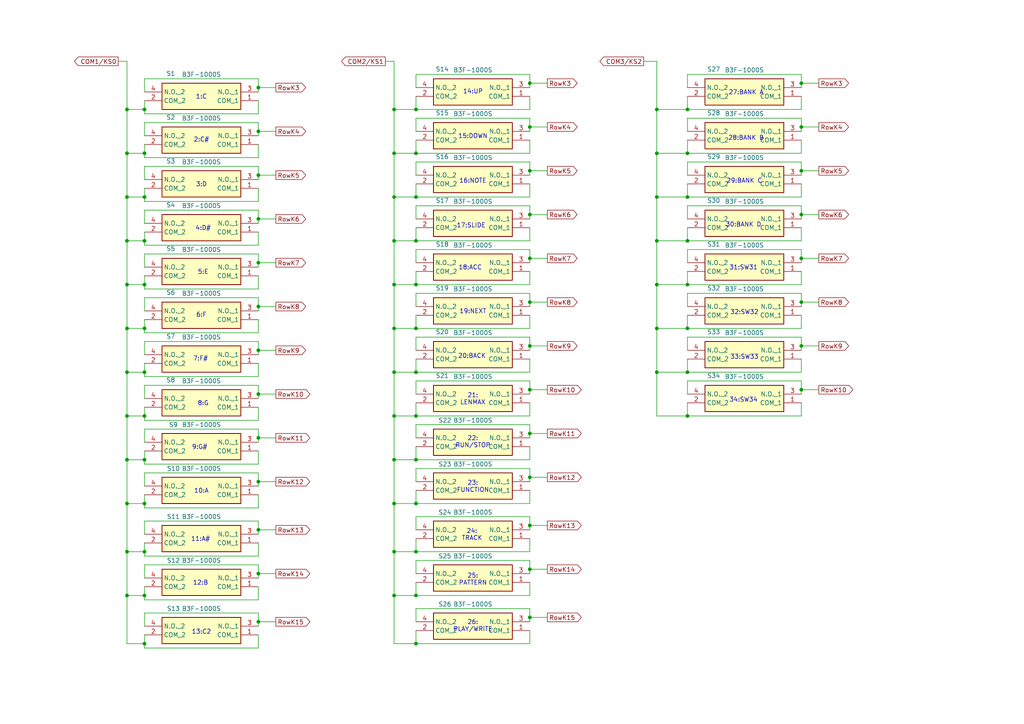
<source format=kicad_sch>
(kicad_sch (version 20231120) (generator "eeschema") (generator_version "8.0")
  (paper "A4")
  (junction (at 199.39 95.25))
  (junction (at 114.3 82.55))
  (junction (at 153.67 74.93))
  (junction (at 36.83 31.75))
  (junction (at 190.5 107.95))
  (junction (at 114.3 120.65))
  (junction (at 41.91 133.35))
  (junction (at 199.39 107.95))
  (junction (at 41.91 107.95))
  (junction (at 153.67 138.43))
  (junction (at 153.67 87.63))
  (junction (at 153.67 165.1))
  (junction (at 190.5 82.55))
  (junction (at 41.91 160.02))
  (junction (at 41.91 57.15))
  (junction (at 36.83 172.72))
  (junction (at 190.5 44.45))
  (junction (at 36.83 120.65))
  (junction (at 153.67 152.4))
  (junction (at 41.91 120.65))
  (junction (at 120.65 44.45))
  (junction (at 74.93 101.6))
  (junction (at 114.3 172.72))
  (junction (at 36.83 95.25))
  (junction (at 114.3 57.15))
  (junction (at 41.91 82.55))
  (junction (at 36.83 160.02))
  (junction (at 41.91 146.05))
  (junction (at 74.93 153.67))
  (junction (at 120.65 95.25))
  (junction (at 36.83 133.35))
  (junction (at 114.3 107.95))
  (junction (at 153.67 49.53))
  (junction (at 41.91 172.72))
  (junction (at 120.65 57.15))
  (junction (at 114.3 133.35))
  (junction (at 232.41 49.53))
  (junction (at 36.83 57.15))
  (junction (at 153.67 113.03))
  (junction (at 232.41 87.63))
  (junction (at 74.93 38.1))
  (junction (at 41.91 69.85))
  (junction (at 114.3 160.02))
  (junction (at 153.67 179.07))
  (junction (at 120.65 146.05))
  (junction (at 74.93 63.5))
  (junction (at 41.91 44.45))
  (junction (at 74.93 76.2))
  (junction (at 41.91 186.69))
  (junction (at 120.65 186.69))
  (junction (at 74.93 139.7))
  (junction (at 36.83 107.95))
  (junction (at 114.3 95.25))
  (junction (at 120.65 120.65))
  (junction (at 120.65 160.02))
  (junction (at 153.67 125.73))
  (junction (at 74.93 114.3))
  (junction (at 36.83 82.55))
  (junction (at 153.67 62.23))
  (junction (at 114.3 44.45))
  (junction (at 74.93 50.8))
  (junction (at 199.39 31.75))
  (junction (at 232.41 74.93))
  (junction (at 74.93 166.37))
  (junction (at 114.3 69.85))
  (junction (at 36.83 146.05))
  (junction (at 153.67 24.13))
  (junction (at 199.39 57.15))
  (junction (at 120.65 107.95))
  (junction (at 74.93 25.4))
  (junction (at 41.91 95.25))
  (junction (at 232.41 36.83))
  (junction (at 199.39 82.55))
  (junction (at 120.65 69.85))
  (junction (at 36.83 44.45))
  (junction (at 114.3 146.05))
  (junction (at 153.67 100.33))
  (junction (at 190.5 31.75))
  (junction (at 190.5 69.85))
  (junction (at 199.39 120.65))
  (junction (at 114.3 31.75))
  (junction (at 120.65 31.75))
  (junction (at 232.41 62.23))
  (junction (at 74.93 180.34))
  (junction (at 232.41 100.33))
  (junction (at 199.39 44.45))
  (junction (at 120.65 172.72))
  (junction (at 36.83 69.85))
  (junction (at 120.65 133.35))
  (junction (at 190.5 95.25))
  (junction (at 74.93 127))
  (junction (at 199.39 69.85))
  (junction (at 41.91 31.75))
  (junction (at 190.5 57.15))
  (junction (at 74.93 88.9))
  (junction (at 153.67 36.83))
  (junction (at 232.41 24.13))
  (junction (at 120.65 82.55))
  (junction (at 232.41 113.03))
  (wire (pts (xy 41.91 133.35) (xy 41.91 130.81)))
  (wire (pts (xy 120.65 139.7) (xy 120.65 135.89)))
  (wire (pts (xy 153.67 156.21) (xy 153.67 160.02)))
  (wire (pts (xy 120.65 21.59) (xy 153.67 21.59)))
  (wire (pts (xy 41.91 57.15) (xy 41.91 54.61)))
  (wire (pts (xy 41.91 177.8) (xy 74.93 177.8)))
  (wire (pts (xy 120.65 107.95) (xy 120.65 104.14)))
  (wire (pts (xy 199.39 114.3) (xy 199.39 110.49)))
  (wire (pts (xy 41.91 173.99) (xy 41.91 172.72)))
  (wire (pts (xy 74.93 153.67) (xy 80.01 153.67)))
  (wire (pts (xy 153.67 172.72) (xy 120.65 172.72)))
  (wire (pts (xy 199.39 85.09) (xy 232.41 85.09)))
  (wire (pts (xy 199.39 44.45) (xy 199.39 40.64)))
  (wire (pts (xy 190.5 82.55) (xy 190.5 95.25)))
  (wire (pts (xy 41.91 172.72) (xy 41.91 170.18)))
  (wire (pts (xy 199.39 31.75) (xy 199.39 27.94)))
  (wire (pts (xy 114.3 95.25) (xy 114.3 107.95)))
  (wire (pts (xy 153.67 59.69) (xy 153.67 62.23)))
  (wire (pts (xy 120.65 69.85) (xy 114.3 69.85)))
  (wire (pts (xy 153.67 104.14) (xy 153.67 107.95)))
  (wire (pts (xy 153.67 100.33) (xy 153.67 101.6)))
  (wire (pts (xy 120.65 160.02) (xy 114.3 160.02)))
  (wire (pts (xy 114.3 44.45) (xy 114.3 57.15)))
  (wire (pts (xy 190.5 95.25) (xy 199.39 95.25)))
  (wire (pts (xy 74.93 80.01) (xy 74.93 83.82)))
  (wire (pts (xy 199.39 110.49) (xy 232.41 110.49)))
  (wire (pts (xy 120.65 123.19) (xy 153.67 123.19)))
  (wire (pts (xy 153.67 74.93) (xy 158.75 74.93)))
  (wire (pts (xy 153.67 44.45) (xy 120.65 44.45)))
  (wire (pts (xy 120.65 149.86) (xy 153.67 149.86)))
  (wire (pts (xy 74.93 114.3) (xy 74.93 115.57)))
  (wire (pts (xy 74.93 99.06) (xy 74.93 101.6)))
  (wire (pts (xy 120.65 160.02) (xy 120.65 156.21)))
  (wire (pts (xy 232.41 74.93) (xy 237.49 74.93)))
  (wire (pts (xy 41.91 121.92) (xy 41.91 120.65)))
  (wire (pts (xy 120.65 97.79) (xy 153.67 97.79)))
  (wire (pts (xy 232.41 69.85) (xy 199.39 69.85)))
  (wire (pts (xy 232.41 107.95) (xy 199.39 107.95)))
  (wire (pts (xy 120.65 59.69) (xy 153.67 59.69)))
  (wire (pts (xy 74.93 114.3) (xy 80.01 114.3)))
  (wire (pts (xy 153.67 97.79) (xy 153.67 100.33)))
  (wire (pts (xy 74.93 118.11) (xy 74.93 121.92)))
  (wire (pts (xy 41.91 58.42) (xy 41.91 57.15)))
  (wire (pts (xy 232.41 72.39) (xy 232.41 74.93)))
  (wire (pts (xy 190.5 95.25) (xy 190.5 107.95)))
  (wire (pts (xy 232.41 24.13) (xy 237.49 24.13)))
  (wire (pts (xy 36.83 31.75) (xy 36.83 44.45)))
  (wire (pts (xy 199.39 88.9) (xy 199.39 85.09)))
  (wire (pts (xy 232.41 34.29) (xy 232.41 36.83)))
  (wire (pts (xy 232.41 82.55) (xy 199.39 82.55)))
  (wire (pts (xy 36.83 69.85) (xy 41.91 69.85)))
  (wire (pts (xy 232.41 104.14) (xy 232.41 107.95)))
  (wire (pts (xy 199.39 97.79) (xy 232.41 97.79)))
  (wire (pts (xy 74.93 96.52) (xy 41.91 96.52)))
  (wire (pts (xy 153.67 179.07) (xy 158.75 179.07)))
  (wire (pts (xy 120.65 44.45) (xy 114.3 44.45)))
  (wire (pts (xy 232.41 100.33) (xy 232.41 101.6)))
  (wire (pts (xy 190.5 17.78) (xy 190.5 31.75)))
  (wire (pts (xy 41.91 39.37) (xy 41.91 35.56)))
  (wire (pts (xy 190.5 57.15) (xy 190.5 69.85)))
  (wire (pts (xy 120.65 63.5) (xy 120.65 59.69)))
  (wire (pts (xy 36.83 160.02) (xy 41.91 160.02)))
  (wire (pts (xy 41.91 161.29) (xy 41.91 160.02)))
  (wire (pts (xy 41.91 120.65) (xy 41.91 118.11)))
  (wire (pts (xy 74.93 127) (xy 74.93 128.27)))
  (wire (pts (xy 74.93 25.4) (xy 74.93 26.67)))
  (wire (pts (xy 120.65 72.39) (xy 153.67 72.39)))
  (wire (pts (xy 74.93 166.37) (xy 74.93 167.64)))
  (wire (pts (xy 74.93 83.82) (xy 41.91 83.82)))
  (wire (pts (xy 41.91 77.47) (xy 41.91 73.66)))
  (wire (pts (xy 199.39 120.65) (xy 199.39 116.84)))
  (wire (pts (xy 41.91 73.66) (xy 74.93 73.66)))
  (wire (pts (xy 120.65 127) (xy 120.65 123.19)))
  (wire (pts (xy 74.93 45.72) (xy 41.91 45.72)))
  (wire (pts (xy 41.91 163.83) (xy 74.93 163.83)))
  (wire (pts (xy 41.91 102.87) (xy 41.91 99.06)))
  (wire (pts (xy 41.91 64.77) (xy 41.91 60.96)))
  (wire (pts (xy 74.93 153.67) (xy 74.93 154.94)))
  (wire (pts (xy 74.93 151.13) (xy 74.93 153.67)))
  (wire (pts (xy 41.91 140.97) (xy 41.91 137.16)))
  (wire (pts (xy 74.93 41.91) (xy 74.93 45.72)))
  (wire (pts (xy 36.83 69.85) (xy 36.83 82.55)))
  (wire (pts (xy 153.67 36.83) (xy 158.75 36.83)))
  (wire (pts (xy 153.67 123.19) (xy 153.67 125.73)))
  (wire (pts (xy 153.67 135.89) (xy 153.67 138.43)))
  (wire (pts (xy 153.67 113.03) (xy 153.67 114.3)))
  (wire (pts (xy 199.39 50.8) (xy 199.39 46.99)))
  (wire (pts (xy 232.41 91.44) (xy 232.41 95.25)))
  (wire (pts (xy 232.41 74.93) (xy 232.41 76.2)))
  (wire (pts (xy 199.39 46.99) (xy 232.41 46.99)))
  (wire (pts (xy 232.41 59.69) (xy 232.41 62.23)))
  (wire (pts (xy 232.41 85.09) (xy 232.41 87.63)))
  (wire (pts (xy 190.5 57.15) (xy 199.39 57.15)))
  (wire (pts (xy 120.65 153.67) (xy 120.65 149.86)))
  (wire (pts (xy 74.93 101.6) (xy 80.01 101.6)))
  (wire (pts (xy 120.65 85.09) (xy 153.67 85.09)))
  (wire (pts (xy 120.65 34.29) (xy 153.67 34.29)))
  (wire (pts (xy 120.65 31.75) (xy 120.65 27.94)))
  (wire (pts (xy 153.67 69.85) (xy 120.65 69.85)))
  (wire (pts (xy 232.41 62.23) (xy 232.41 63.5)))
  (wire (pts (xy 232.41 97.79) (xy 232.41 100.33)))
  (wire (pts (xy 153.67 36.83) (xy 153.67 38.1)))
  (wire (pts (xy 36.83 57.15) (xy 41.91 57.15)))
  (wire (pts (xy 41.91 124.46) (xy 74.93 124.46)))
  (wire (pts (xy 36.83 160.02) (xy 36.83 172.72)))
  (wire (pts (xy 41.91 26.67) (xy 41.91 22.86)))
  (wire (pts (xy 74.93 105.41) (xy 74.93 109.22)))
  (wire (pts (xy 74.93 54.61) (xy 74.93 58.42)))
  (wire (pts (xy 74.93 22.86) (xy 74.93 25.4)))
  (wire (pts (xy 120.65 82.55) (xy 114.3 82.55)))
  (wire (pts (xy 232.41 27.94) (xy 232.41 31.75)))
  (wire (pts (xy 153.67 110.49) (xy 153.67 113.03)))
  (wire (pts (xy 41.91 107.95) (xy 41.91 105.41)))
  (wire (pts (xy 153.67 74.93) (xy 153.67 76.2)))
  (wire (pts (xy 36.83 57.15) (xy 36.83 69.85)))
  (wire (pts (xy 74.93 58.42) (xy 41.91 58.42)))
  (wire (pts (xy 153.67 165.1) (xy 158.75 165.1)))
  (wire (pts (xy 41.91 187.96) (xy 41.91 186.69)))
  (wire (pts (xy 232.41 87.63) (xy 232.41 88.9)))
  (wire (pts (xy 120.65 110.49) (xy 153.67 110.49)))
  (wire (pts (xy 36.83 186.69) (xy 41.91 186.69)))
  (wire (pts (xy 74.93 143.51) (xy 74.93 147.32)))
  (wire (pts (xy 153.67 107.95) (xy 120.65 107.95)))
  (wire (pts (xy 153.67 182.88) (xy 153.67 186.69)))
  (wire (pts (xy 153.67 146.05) (xy 120.65 146.05)))
  (wire (pts (xy 199.39 69.85) (xy 199.39 66.04)))
  (wire (pts (xy 232.41 49.53) (xy 237.49 49.53)))
  (wire (pts (xy 120.65 95.25) (xy 120.65 91.44)))
  (wire (pts (xy 74.93 35.56) (xy 74.93 38.1)))
  (wire (pts (xy 41.91 111.76) (xy 74.93 111.76)))
  (wire (pts (xy 41.91 45.72) (xy 41.91 44.45)))
  (wire (pts (xy 74.93 177.8) (xy 74.93 180.34)))
  (wire (pts (xy 41.91 60.96) (xy 74.93 60.96)))
  (wire (pts (xy 74.93 29.21) (xy 74.93 33.02)))
  (wire (pts (xy 74.93 124.46) (xy 74.93 127)))
  (wire (pts (xy 190.5 107.95) (xy 199.39 107.95)))
  (wire (pts (xy 120.65 44.45) (xy 120.65 40.64)))
  (wire (pts (xy 232.41 78.74) (xy 232.41 82.55)))
  (wire (pts (xy 232.41 21.59) (xy 232.41 24.13)))
  (wire (pts (xy 153.67 125.73) (xy 158.75 125.73)))
  (wire (pts (xy 36.83 107.95) (xy 41.91 107.95)))
  (wire (pts (xy 153.67 116.84) (xy 153.67 120.65)))
  (wire (pts (xy 74.93 157.48) (xy 74.93 161.29)))
  (wire (pts (xy 232.41 66.04) (xy 232.41 69.85)))
  (wire (pts (xy 232.41 40.64) (xy 232.41 44.45)))
  (wire (pts (xy 153.67 21.59) (xy 153.67 24.13)))
  (wire (pts (xy 232.41 57.15) (xy 199.39 57.15)))
  (wire (pts (xy 186.69 17.78) (xy 190.5 17.78)))
  (wire (pts (xy 41.91 44.45) (xy 41.91 41.91)))
  (wire (pts (xy 153.67 129.54) (xy 153.67 133.35)))
  (wire (pts (xy 36.83 44.45) (xy 36.83 57.15)))
  (wire (pts (xy 74.93 111.76) (xy 74.93 114.3)))
  (wire (pts (xy 41.91 33.02) (xy 41.91 31.75)))
  (wire (pts (xy 74.93 161.29) (xy 41.91 161.29)))
  (wire (pts (xy 74.93 33.02) (xy 41.91 33.02)))
  (wire (pts (xy 120.65 133.35) (xy 114.3 133.35)))
  (wire (pts (xy 120.65 82.55) (xy 120.65 78.74)))
  (wire (pts (xy 41.91 146.05) (xy 41.91 143.51)))
  (wire (pts (xy 114.3 82.55) (xy 114.3 95.25)))
  (wire (pts (xy 120.65 146.05) (xy 114.3 146.05)))
  (wire (pts (xy 36.83 133.35) (xy 36.83 146.05)))
  (wire (pts (xy 74.93 50.8) (xy 74.93 52.07)))
  (wire (pts (xy 41.91 48.26) (xy 74.93 48.26)))
  (wire (pts (xy 36.83 107.95) (xy 36.83 120.65)))
  (wire (pts (xy 232.41 116.84) (xy 232.41 120.65)))
  (wire (pts (xy 41.91 22.86) (xy 74.93 22.86)))
  (wire (pts (xy 232.41 46.99) (xy 232.41 49.53)))
  (wire (pts (xy 74.93 38.1) (xy 80.01 38.1)))
  (wire (pts (xy 153.67 162.56) (xy 153.67 165.1)))
  (wire (pts (xy 120.65 31.75) (xy 114.3 31.75)))
  (wire (pts (xy 153.67 66.04) (xy 153.67 69.85)))
  (wire (pts (xy 41.91 134.62) (xy 41.91 133.35)))
  (wire (pts (xy 199.39 72.39) (xy 232.41 72.39)))
  (wire (pts (xy 153.67 24.13) (xy 153.67 25.4)))
  (wire (pts (xy 120.65 46.99) (xy 153.67 46.99)))
  (wire (pts (xy 120.65 135.89) (xy 153.67 135.89)))
  (wire (pts (xy 190.5 120.65) (xy 199.39 120.65)))
  (wire (pts (xy 153.67 100.33) (xy 158.75 100.33)))
  (wire (pts (xy 120.65 166.37) (xy 120.65 162.56)))
  (wire (pts (xy 153.67 57.15) (xy 120.65 57.15)))
  (wire (pts (xy 41.91 99.06) (xy 74.93 99.06)))
  (wire (pts (xy 199.39 107.95) (xy 199.39 104.14)))
  (wire (pts (xy 190.5 107.95) (xy 190.5 120.65)))
  (wire (pts (xy 74.93 137.16) (xy 74.93 139.7)))
  (wire (pts (xy 232.41 31.75) (xy 199.39 31.75)))
  (wire (pts (xy 74.93 180.34) (xy 80.01 180.34)))
  (wire (pts (xy 114.3 69.85) (xy 114.3 82.55)))
  (wire (pts (xy 114.3 107.95) (xy 114.3 120.65)))
  (wire (pts (xy 190.5 69.85) (xy 190.5 82.55)))
  (wire (pts (xy 41.91 109.22) (xy 41.91 107.95)))
  (wire (pts (xy 232.41 36.83) (xy 237.49 36.83)))
  (wire (pts (xy 120.65 114.3) (xy 120.65 110.49)))
  (wire (pts (xy 114.3 17.78) (xy 114.3 31.75)))
  (wire (pts (xy 153.67 78.74) (xy 153.67 82.55)))
  (wire (pts (xy 232.41 113.03) (xy 237.49 113.03)))
  (wire (pts (xy 153.67 34.29) (xy 153.67 36.83)))
  (wire (pts (xy 153.67 95.25) (xy 120.65 95.25)))
  (wire (pts (xy 41.91 181.61) (xy 41.91 177.8)))
  (wire (pts (xy 199.39 57.15) (xy 199.39 53.34)))
  (wire (pts (xy 153.67 152.4) (xy 158.75 152.4)))
  (wire (pts (xy 153.67 168.91) (xy 153.67 172.72)))
  (wire (pts (xy 199.39 63.5) (xy 199.39 59.69)))
  (wire (pts (xy 120.65 107.95) (xy 114.3 107.95)))
  (wire (pts (xy 41.91 96.52) (xy 41.91 95.25)))
  (wire (pts (xy 36.83 31.75) (xy 41.91 31.75)))
  (wire (pts (xy 36.83 95.25) (xy 36.83 107.95)))
  (wire (pts (xy 120.65 146.05) (xy 120.65 142.24)))
  (wire (pts (xy 153.67 40.64) (xy 153.67 44.45)))
  (wire (pts (xy 120.65 50.8) (xy 120.65 46.99)))
  (wire (pts (xy 232.41 44.45) (xy 199.39 44.45)))
  (wire (pts (xy 41.91 154.94) (xy 41.91 151.13)))
  (wire (pts (xy 74.93 166.37) (xy 80.01 166.37)))
  (wire (pts (xy 120.65 172.72) (xy 114.3 172.72)))
  (wire (pts (xy 34.29 17.78) (xy 36.83 17.78)))
  (wire (pts (xy 36.83 120.65) (xy 41.91 120.65)))
  (wire (pts (xy 74.93 127) (xy 80.01 127)))
  (wire (pts (xy 232.41 113.03) (xy 232.41 114.3)))
  (wire (pts (xy 153.67 176.53) (xy 153.67 179.07)))
  (wire (pts (xy 153.67 91.44) (xy 153.67 95.25)))
  (wire (pts (xy 74.93 86.36) (xy 74.93 88.9)))
  (wire (pts (xy 41.91 186.69) (xy 41.91 184.15)))
  (wire (pts (xy 74.93 50.8) (xy 80.01 50.8)))
  (wire (pts (xy 41.91 95.25) (xy 41.91 92.71)))
  (wire (pts (xy 153.67 120.65) (xy 120.65 120.65)))
  (wire (pts (xy 153.67 87.63) (xy 153.67 88.9)))
  (wire (pts (xy 36.83 172.72) (xy 36.83 186.69)))
  (wire (pts (xy 120.65 162.56) (xy 153.67 162.56)))
  (wire (pts (xy 153.67 133.35) (xy 120.65 133.35)))
  (wire (pts (xy 232.41 24.13) (xy 232.41 25.4)))
  (wire (pts (xy 199.39 95.25) (xy 199.39 91.44)))
  (wire (pts (xy 153.67 62.23) (xy 158.75 62.23)))
  (wire (pts (xy 232.41 87.63) (xy 237.49 87.63)))
  (wire (pts (xy 232.41 49.53) (xy 232.41 50.8)))
  (wire (pts (xy 36.83 146.05) (xy 41.91 146.05)))
  (wire (pts (xy 36.83 17.78) (xy 36.83 31.75)))
  (wire (pts (xy 74.93 63.5) (xy 80.01 63.5)))
  (wire (pts (xy 41.91 151.13) (xy 74.93 151.13)))
  (wire (pts (xy 190.5 31.75) (xy 199.39 31.75)))
  (wire (pts (xy 41.91 82.55) (xy 41.91 80.01)))
  (wire (pts (xy 74.93 88.9) (xy 80.01 88.9)))
  (wire (pts (xy 199.39 21.59) (xy 232.41 21.59)))
  (wire (pts (xy 153.67 125.73) (xy 153.67 127)))
  (wire (pts (xy 120.65 133.35) (xy 120.65 129.54)))
  (wire (pts (xy 153.67 62.23) (xy 153.67 63.5)))
  (wire (pts (xy 120.65 120.65) (xy 114.3 120.65)))
  (wire (pts (xy 36.83 172.72) (xy 41.91 172.72)))
  (wire (pts (xy 74.93 147.32) (xy 41.91 147.32)))
  (wire (pts (xy 232.41 53.34) (xy 232.41 57.15)))
  (wire (pts (xy 199.39 59.69) (xy 232.41 59.69)))
  (wire (pts (xy 36.83 133.35) (xy 41.91 133.35)))
  (wire (pts (xy 74.93 92.71) (xy 74.93 96.52)))
  (wire (pts (xy 199.39 101.6) (xy 199.39 97.79)))
  (wire (pts (xy 74.93 109.22) (xy 41.91 109.22)))
  (wire (pts (xy 74.93 101.6) (xy 74.93 102.87)))
  (wire (pts (xy 74.93 139.7) (xy 80.01 139.7)))
  (wire (pts (xy 153.67 53.34) (xy 153.67 57.15)))
  (wire (pts (xy 120.65 25.4) (xy 120.65 21.59)))
  (wire (pts (xy 153.67 160.02) (xy 120.65 160.02)))
  (wire (pts (xy 232.41 62.23) (xy 237.49 62.23)))
  (wire (pts (xy 74.93 48.26) (xy 74.93 50.8)))
  (wire (pts (xy 120.65 172.72) (xy 120.65 168.91)))
  (wire (pts (xy 41.91 90.17) (xy 41.91 86.36)))
  (wire (pts (xy 153.67 24.13) (xy 158.75 24.13)))
  (wire (pts (xy 41.91 137.16) (xy 74.93 137.16)))
  (wire (pts (xy 190.5 69.85) (xy 199.39 69.85)))
  (wire (pts (xy 114.3 57.15) (xy 114.3 69.85)))
  (wire (pts (xy 120.65 176.53) (xy 153.67 176.53)))
  (wire (pts (xy 41.91 160.02) (xy 41.91 157.48)))
  (wire (pts (xy 41.91 115.57) (xy 41.91 111.76)))
  (wire (pts (xy 41.91 147.32) (xy 41.91 146.05)))
  (wire (pts (xy 74.93 134.62) (xy 41.91 134.62)))
  (wire (pts (xy 153.67 85.09) (xy 153.67 87.63)))
  (wire (pts (xy 232.41 36.83) (xy 232.41 38.1)))
  (wire (pts (xy 153.67 72.39) (xy 153.67 74.93)))
  (wire (pts (xy 190.5 44.45) (xy 190.5 57.15)))
  (wire (pts (xy 74.93 180.34) (xy 74.93 181.61)))
  (wire (pts (xy 114.3 172.72) (xy 114.3 186.69)))
  (wire (pts (xy 120.65 186.69) (xy 114.3 186.69)))
  (wire (pts (xy 114.3 120.65) (xy 114.3 133.35)))
  (wire (pts (xy 153.67 138.43) (xy 158.75 138.43)))
  (wire (pts (xy 41.91 83.82) (xy 41.91 82.55)))
  (wire (pts (xy 232.41 110.49) (xy 232.41 113.03)))
  (wire (pts (xy 232.41 100.33) (xy 237.49 100.33)))
  (wire (pts (xy 114.3 146.05) (xy 114.3 160.02)))
  (wire (pts (xy 114.3 133.35) (xy 114.3 146.05)))
  (wire (pts (xy 153.67 49.53) (xy 158.75 49.53)))
  (wire (pts (xy 120.65 76.2) (xy 120.65 72.39)))
  (wire (pts (xy 74.93 130.81) (xy 74.93 134.62)))
  (wire (pts (xy 120.65 180.34) (xy 120.65 176.53)))
  (wire (pts (xy 41.91 167.64) (xy 41.91 163.83)))
  (wire (pts (xy 190.5 44.45) (xy 199.39 44.45)))
  (wire (pts (xy 120.65 57.15) (xy 114.3 57.15)))
  (wire (pts (xy 120.65 88.9) (xy 120.65 85.09)))
  (wire (pts (xy 41.91 128.27) (xy 41.91 124.46)))
  (wire (pts (xy 120.65 69.85) (xy 120.65 66.04)))
  (wire (pts (xy 74.93 184.15) (xy 74.93 187.96)))
  (wire (pts (xy 41.91 31.75) (xy 41.91 29.21)))
  (wire (pts (xy 74.93 25.4) (xy 80.01 25.4)))
  (wire (pts (xy 74.93 67.31) (xy 74.93 71.12)))
  (wire (pts (xy 153.67 179.07) (xy 153.67 180.34)))
  (wire (pts (xy 36.83 82.55) (xy 41.91 82.55)))
  (wire (pts (xy 153.67 138.43) (xy 153.67 139.7)))
  (wire (pts (xy 153.67 82.55) (xy 120.65 82.55)))
  (wire (pts (xy 153.67 113.03) (xy 158.75 113.03)))
  (wire (pts (xy 36.83 44.45) (xy 41.91 44.45)))
  (wire (pts (xy 199.39 34.29) (xy 232.41 34.29)))
  (wire (pts (xy 41.91 69.85) (xy 41.91 67.31)))
  (wire (pts (xy 36.83 95.25) (xy 41.91 95.25)))
  (wire (pts (xy 74.93 121.92) (xy 41.91 121.92)))
  (wire (pts (xy 190.5 82.55) (xy 199.39 82.55)))
  (wire (pts (xy 153.67 31.75) (xy 120.65 31.75)))
  (wire (pts (xy 153.67 152.4) (xy 153.67 153.67)))
  (wire (pts (xy 36.83 82.55) (xy 36.83 95.25)))
  (wire (pts (xy 74.93 76.2) (xy 80.01 76.2)))
  (wire (pts (xy 153.67 49.53) (xy 153.67 50.8)))
  (wire (pts (xy 74.93 73.66) (xy 74.93 76.2)))
  (wire (pts (xy 74.93 170.18) (xy 74.93 173.99)))
  (wire (pts (xy 120.65 95.25) (xy 114.3 95.25)))
  (wire (pts (xy 114.3 31.75) (xy 114.3 44.45)))
  (wire (pts (xy 232.41 95.25) (xy 199.39 95.25)))
  (wire (pts (xy 199.39 76.2) (xy 199.39 72.39)))
  (wire (pts (xy 74.93 63.5) (xy 74.93 64.77)))
  (wire (pts (xy 153.67 46.99) (xy 153.67 49.53)))
  (wire (pts (xy 153.67 27.94) (xy 153.67 31.75)))
  (wire (pts (xy 111.76 17.78) (xy 114.3 17.78)))
  (wire (pts (xy 74.93 88.9) (xy 74.93 90.17)))
  (wire (pts (xy 74.93 187.96) (xy 41.91 187.96)))
  (wire (pts (xy 41.91 35.56) (xy 74.93 35.56)))
  (wire (pts (xy 74.93 38.1) (xy 74.93 39.37)))
  (wire (pts (xy 36.83 146.05) (xy 36.83 160.02)))
  (wire (pts (xy 120.65 186.69) (xy 120.65 182.88)))
  (wire (pts (xy 114.3 160.02) (xy 114.3 172.72)))
  (wire (pts (xy 120.65 57.15) (xy 120.65 53.34)))
  (wire (pts (xy 153.67 165.1) (xy 153.67 166.37)))
  (wire (pts (xy 74.93 139.7) (xy 74.93 140.97)))
  (wire (pts (xy 41.91 52.07) (xy 41.91 48.26)))
  (wire (pts (xy 190.5 31.75) (xy 190.5 44.45)))
  (wire (pts (xy 36.83 120.65) (xy 36.83 133.35)))
  (wire (pts (xy 199.39 25.4) (xy 199.39 21.59)))
  (wire (pts (xy 199.39 38.1) (xy 199.39 34.29)))
  (wire (pts (xy 153.67 142.24) (xy 153.67 146.05)))
  (wire (pts (xy 74.93 163.83) (xy 74.93 166.37)))
  (wire (pts (xy 120.65 38.1) (xy 120.65 34.29)))
  (wire (pts (xy 153.67 87.63) (xy 158.75 87.63)))
  (wire (pts (xy 41.91 71.12) (xy 41.91 69.85)))
  (wire (pts (xy 120.65 101.6) (xy 120.65 97.79)))
  (wire (pts (xy 74.93 71.12) (xy 41.91 71.12)))
  (wire (pts (xy 153.67 186.69) (xy 120.65 186.69)))
  (wire (pts (xy 232.41 120.65) (xy 199.39 120.65)))
  (wire (pts (xy 74.93 173.99) (xy 41.91 173.99)))
  (wire (pts (xy 199.39 82.55) (xy 199.39 78.74)))
  (wire (pts (xy 41.91 86.36) (xy 74.93 86.36)))
  (wire (pts (xy 74.93 76.2) (xy 74.93 77.47)))
  (wire (pts (xy 74.93 60.96) (xy 74.93 63.5)))
  (wire (pts (xy 153.67 149.86) (xy 153.67 152.4)))
  (wire (pts (xy 120.65 120.65) (xy 120.65 116.84)))
  (text "4:D#" (at 58.928 66.294 0) (effects (font (size 1.27 1.27))))
  (text "13:C2" (at 58.42 183.388 0) (effects (font (size 1.27 1.27))))
  (text "11:A#" (at 58.166 156.464 0) (effects (font (size 1.27 1.27))))
  (text "1:C" (at 58.42 28.194 0) (effects (font (size 1.27 1.27))))
  (text "19:NEXT" (at 137.16 90.424 0) (effects (font (size 1.27 1.27))))
  (text "10:A" (at 58.42 142.494 0) (effects (font (size 1.27 1.27))))
  (text "27:BANK A" (at 216.408 26.924 0) (effects (font (size 1.27 1.27))))
  (text "5:E" (at 58.928 78.994 0) (effects (font (size 1.27 1.27))))
  (text "14:UP" (at 137.16 26.67 0) (effects (font (size 1.27 1.27))))
  (text "2:C#" (at 58.42 40.64 0) (effects (font (size 1.27 1.27))))
  (text "18:ACC" (at 136.398 77.724 0) (effects (font (size 1.27 1.27))))
  (text "24:\nTRACK" (at 136.906 155.194 0) (effects (font (size 1.27 1.27))))
  (text "16:NOTE" (at 137.16 52.578 0) (effects (font (size 1.27 1.27))))
  (text "3:D" (at 58.42 53.594 0) (effects (font (size 1.27 1.27))))
  (text "7:F#\n" (at 58.166 104.14 0) (effects (font (size 1.27 1.27))))
  (text "31:SW31" (at 215.646 77.724 0) (effects (font (size 1.27 1.27))))
  (text "8:G" (at 58.928 117.094 0) (effects (font (size 1.27 1.27))))
  (text "6:F\n" (at 58.42 91.44 0) (effects (font (size 1.27 1.27))))
  (text "32:SW32" (at 215.9 90.678 0) (effects (font (size 1.27 1.27))))
  (text "21:\nLENMAX" (at 137.16 115.824 0) (effects (font (size 1.27 1.27))))
  (text "26:\nPLAY/WRITE" (at 137.16 181.61 0) (effects (font (size 1.27 1.27))))
  (text "17:SLIDE" (at 136.652 65.532 0) (effects (font (size 1.27 1.27))))
  (text "23:\nFUNCTION" (at 137.16 141.224 0) (effects (font (size 1.27 1.27))))
  (text "34:SW34" (at 215.646 116.078 0) (effects (font (size 1.27 1.27))))
  (text "9:G#" (at 57.912 129.794 0) (effects (font (size 1.27 1.27))))
  (text "25:\nPATTERN" (at 137.16 168.148 0) (effects (font (size 1.27 1.27))))
  (text "29:BANK C" (at 215.9 52.578 0) (effects (font (size 1.27 1.27))))
  (text "12:B" (at 58.166 169.164 0) (effects (font (size 1.27 1.27))))
  (text "22:\nRUN/STOP" (at 137.16 128.27 0) (effects (font (size 1.27 1.27))))
  (text "20:BACK" (at 136.906 103.378 0) (effects (font (size 1.27 1.27))))
  (text "33:SW33" (at 215.9 103.632 0) (effects (font (size 1.27 1.27))))
  (text "15:DOWN" (at 137.16 39.624 0) (effects (font (size 1.27 1.27))))
  (text "30:BANK D" (at 215.646 65.278 0) (effects (font (size 1.27 1.27))))
  (text "28:BANK B" (at 216.408 40.132 0) (effects (font (size 1.27 1.27))))
  (global_label "RowK11" (shape output) (at 158.75 125.73 0) (property "Intersheetrefs" "${INTERSHEET_REFS}" (effects (hide yes))))
  (global_label "RowK6" (shape output) (at 158.75 62.23 0) (property "Intersheetrefs" "${INTERSHEET_REFS}" (effects (hide yes))))
  (global_label "RowK4" (shape output) (at 237.49 36.83 0) (property "Intersheetrefs" "${INTERSHEET_REFS}" (effects (hide yes))))
  (global_label "RowK8" (shape output) (at 158.75 87.63 0) (property "Intersheetrefs" "${INTERSHEET_REFS}" (effects (hide yes))))
  (global_label "RowK5" (shape output) (at 80.01 50.8 0) (property "Intersheetrefs" "${INTERSHEET_REFS}" (effects (hide yes))))
  (global_label "RowK5" (shape output) (at 158.75 49.53 0) (property "Intersheetrefs" "${INTERSHEET_REFS}" (effects (hide yes))))
  (global_label "COM1{slash}KS0" (shape output) (at 34.29 17.78 180) (property "Intersheetrefs" "${INTERSHEET_REFS}" (effects (hide yes))))
  (global_label "RowK8" (shape output) (at 237.49 87.63 0) (property "Intersheetrefs" "${INTERSHEET_REFS}" (effects (hide yes))))
  (global_label "RowK12" (shape output) (at 80.01 139.7 0) (property "Intersheetrefs" "${INTERSHEET_REFS}" (effects (hide yes))))
  (global_label "RowK13" (shape output) (at 158.75 152.4 0) (property "Intersheetrefs" "${INTERSHEET_REFS}" (effects (hide yes))))
  (global_label "RowK3" (shape output) (at 80.01 25.4 0) (property "Intersheetrefs" "${INTERSHEET_REFS}" (effects (hide yes))))
  (global_label "RowK7" (shape output) (at 80.01 76.2 0) (property "Intersheetrefs" "${INTERSHEET_REFS}" (effects (hide yes))))
  (global_label "RowK11" (shape output) (at 80.01 127 0) (property "Intersheetrefs" "${INTERSHEET_REFS}" (effects (hide yes))))
  (global_label "RowK5" (shape output) (at 237.49 49.53 0) (property "Intersheetrefs" "${INTERSHEET_REFS}" (effects (hide yes))))
  (global_label "RowK7" (shape output) (at 237.49 74.93 0) (property "Intersheetrefs" "${INTERSHEET_REFS}" (effects (hide yes))))
  (global_label "RowK4" (shape output) (at 158.75 36.83 0) (property "Intersheetrefs" "${INTERSHEET_REFS}" (effects (hide yes))))
  (global_label "RowK10" (shape output) (at 158.75 113.03 0) (property "Intersheetrefs" "${INTERSHEET_REFS}" (effects (hide yes))))
  (global_label "RowK6" (shape output) (at 80.01 63.5 0) (property "Intersheetrefs" "${INTERSHEET_REFS}" (effects (hide yes))))
  (global_label "RowK8" (shape output) (at 80.01 88.9 0) (property "Intersheetrefs" "${INTERSHEET_REFS}" (effects (hide yes))))
  (global_label "RowK7" (shape output) (at 158.75 74.93 0) (property "Intersheetrefs" "${INTERSHEET_REFS}" (effects (hide yes))))
  (global_label "RowK9" (shape output) (at 80.01 101.6 0) (property "Intersheetrefs" "${INTERSHEET_REFS}" (effects (hide yes))))
  (global_label "RowK6" (shape output) (at 237.49 62.23 0) (property "Intersheetrefs" "${INTERSHEET_REFS}" (effects (hide yes))))
  (global_label "RowK12" (shape output) (at 158.75 138.43 0) (property "Intersheetrefs" "${INTERSHEET_REFS}" (effects (hide yes))))
  (global_label "RowK3" (shape output) (at 158.75 24.13 0) (property "Intersheetrefs" "${INTERSHEET_REFS}" (effects (hide yes))))
  (global_label "COM3/KS2" (shape output) (at 186.69 17.78 180) (property "Intersheetrefs" "${INTERSHEET_REFS}" (effects (hide yes))))
  (global_label "RowK4" (shape output) (at 80.01 38.1 0) (property "Intersheetrefs" "${INTERSHEET_REFS}" (effects (hide yes))))
  (global_label "RowK9" (shape output) (at 237.49 100.33 0) (property "Intersheetrefs" "${INTERSHEET_REFS}" (effects (hide yes))))
  (global_label "RowK9" (shape output) (at 158.75 100.33 0) (property "Intersheetrefs" "${INTERSHEET_REFS}" (effects (hide yes))))
  (global_label "RowK14" (shape output) (at 80.01 166.37 0) (property "Intersheetrefs" "${INTERSHEET_REFS}" (effects (hide yes))))
  (global_label "RowK3" (shape output) (at 237.49 24.13 0) (property "Intersheetrefs" "${INTERSHEET_REFS}" (effects (hide yes))))
  (global_label "RowK13" (shape output) (at 80.01 153.67 0) (property "Intersheetrefs" "${INTERSHEET_REFS}" (effects (hide yes))))
  (global_label "RowK15" (shape output) (at 158.75 179.07 0) (property "Intersheetrefs" "${INTERSHEET_REFS}" (effects (hide yes))))
  (global_label "RowK14" (shape output) (at 158.75 165.1 0) (property "Intersheetrefs" "${INTERSHEET_REFS}" (effects (hide yes))))
  (global_label "COM2/KS1" (shape output) (at 111.76 17.78 180) (property "Intersheetrefs" "${INTERSHEET_REFS}" (effects (hide yes))))
  (global_label "RowK15" (shape output) (at 80.01 180.34 0) (property "Intersheetrefs" "${INTERSHEET_REFS}" (effects (hide yes))))
  (global_label "RowK10" (shape output) (at 80.01 114.3 0) (property "Intersheetrefs" "${INTERSHEET_REFS}" (effects (hide yes))))
  (global_label "RowK10" (shape output) (at 237.49 113.03 0) (property "Intersheetrefs" "${INTERSHEET_REFS}" (effects (hide yes))))
  (symbol (lib_id "SamacSys_Parts:B3F-1000S") (at 199.39 114.3 0) (unit 1)
    (property "Reference" "S34" (at 207.01 108.966 0))
    (property "Value" "B3F-1000S" (at 215.9 109.22 0))
    (property "Footprint" "SamacSys_Parts:B3F1060" (effects (hide yes)))
    (property "Datasheet" "https://www.mouser.com/datasheet/2/307/en-b3f-13826.pdf" (effects (hide yes)))
    (property "Description" "Tactile Switches 6x6 Flat 4.3mm Btn Force 100g w/o Grd" (effects (hide yes)))
    (property "Height" "7" (effects (hide yes)))
    (property "Manufacturer_Name" "Omron Electronics" (effects (hide yes)))
    (property "Manufacturer_Part_Number" "B3F-1000S" (effects (hide yes)))
    (property "Mouser Part Number" "653-B3F-1000-S" (effects (hide yes)))
    (property "Mouser Price/Stock" "https://www.mouser.co.uk/ProductDetail/Omron-Electronics/B3F-1000S?qs=C6KiJco3hx0Z3qfxWTJOrg%3D%3D" (effects (hide yes)))
  )
  (symbol (lib_id "SamacSys_Parts:B3F-1000S") (at 120.65 63.5 0) (unit 1)
    (property "Reference" "S17" (at 128.27 58.166 0))
    (property "Value" "B3F-1000S" (at 137.16 58.42 0))
    (property "Footprint" "SamacSys_Parts:B3F1060" (effects (hide yes)))
    (property "Datasheet" "https://www.mouser.com/datasheet/2/307/en-b3f-13826.pdf" (effects (hide yes)))
    (property "Description" "Tactile Switches 6x6 Flat 4.3mm Btn Force 100g w/o Grd" (effects (hide yes)))
    (property "Height" "7" (effects (hide yes)))
    (property "Manufacturer_Name" "Omron Electronics" (effects (hide yes)))
    (property "Manufacturer_Part_Number" "B3F-1000S" (effects (hide yes)))
    (property "Mouser Part Number" "653-B3F-1000-S" (effects (hide yes)))
    (property "Mouser Price/Stock" "https://www.mouser.co.uk/ProductDetail/Omron-Electronics/B3F-1000S?qs=C6KiJco3hx0Z3qfxWTJOrg%3D%3D" (effects (hide yes)))
  )
  (symbol (lib_id "SamacSys_Parts:B3F-1000S") (at 41.91 115.57 0) (unit 1)
    (property "Reference" "S8" (at 49.53 110.236 0))
    (property "Value" "B3F-1000S" (at 58.42 110.49 0))
    (property "Footprint" "SamacSys_Parts:B3F1060" (effects (hide yes)))
    (property "Datasheet" "https://www.mouser.com/datasheet/2/307/en-b3f-13826.pdf" (effects (hide yes)))
    (property "Description" "Tactile Switches 6x6 Flat 4.3mm Btn Force 100g w/o Grd" (effects (hide yes)))
    (property "Height" "7" (effects (hide yes)))
    (property "Manufacturer_Name" "Omron Electronics" (effects (hide yes)))
    (property "Manufacturer_Part_Number" "B3F-1000S" (effects (hide yes)))
    (property "Mouser Part Number" "653-B3F-1000-S" (effects (hide yes)))
    (property "Mouser Price/Stock" "https://www.mouser.co.uk/ProductDetail/Omron-Electronics/B3F-1000S?qs=C6KiJco3hx0Z3qfxWTJOrg%3D%3D" (effects (hide yes)))
  )
  (symbol (lib_id "SamacSys_Parts:B3F-1000S") (at 199.39 25.4 0) (unit 1)
    (property "Reference" "S27" (at 207.01 20.066 0))
    (property "Value" "B3F-1000S" (at 215.9 20.32 0))
    (property "Footprint" "SamacSys_Parts:B3F1060" (effects (hide yes)))
    (property "Datasheet" "https://www.mouser.com/datasheet/2/307/en-b3f-13826.pdf" (effects (hide yes)))
    (property "Description" "Tactile Switches 6x6 Flat 4.3mm Btn Force 100g w/o Grd" (effects (hide yes)))
    (property "Height" "7" (effects (hide yes)))
    (property "Manufacturer_Name" "Omron Electronics" (effects (hide yes)))
    (property "Manufacturer_Part_Number" "B3F-1000S" (effects (hide yes)))
    (property "Mouser Part Number" "653-B3F-1000-S" (effects (hide yes)))
    (property "Mouser Price/Stock" "https://www.mouser.co.uk/ProductDetail/Omron-Electronics/B3F-1000S?qs=C6KiJco3hx0Z3qfxWTJOrg%3D%3D" (effects (hide yes)))
  )
  (symbol (lib_id "SamacSys_Parts:B3F-1000S") (at 120.65 139.7 0) (unit 1)
    (property "Reference" "S23" (at 129.032 134.62 0))
    (property "Value" "B3F-1000S" (at 137.16 134.62 0))
    (property "Footprint" "SamacSys_Parts:B3F1060" (effects (hide yes)))
    (property "Datasheet" "https://www.mouser.com/datasheet/2/307/en-b3f-13826.pdf" (effects (hide yes)))
    (property "Description" "Tactile Switches 6x6 Flat 4.3mm Btn Force 100g w/o Grd" (effects (hide yes)))
    (property "Height" "7" (effects (hide yes)))
    (property "Manufacturer_Name" "Omron Electronics" (effects (hide yes)))
    (property "Manufacturer_Part_Number" "B3F-1000S" (effects (hide yes)))
    (property "Mouser Part Number" "653-B3F-1000-S" (effects (hide yes)))
    (property "Mouser Price/Stock" "https://www.mouser.co.uk/ProductDetail/Omron-Electronics/B3F-1000S?qs=C6KiJco3hx0Z3qfxWTJOrg%3D%3D" (effects (hide yes)))
  )
  (symbol (lib_id "SamacSys_Parts:B3F-1000S") (at 120.65 127 0) (unit 1)
    (property "Reference" "S22" (at 129.032 121.92 0))
    (property "Value" "B3F-1000S" (at 137.16 121.92 0))
    (property "Footprint" "SamacSys_Parts:B3F1060" (effects (hide yes)))
    (property "Datasheet" "https://www.mouser.com/datasheet/2/307/en-b3f-13826.pdf" (effects (hide yes)))
    (property "Description" "Tactile Switches 6x6 Flat 4.3mm Btn Force 100g w/o Grd" (effects (hide yes)))
    (property "Height" "7" (effects (hide yes)))
    (property "Manufacturer_Name" "Omron Electronics" (effects (hide yes)))
    (property "Manufacturer_Part_Number" "B3F-1000S" (effects (hide yes)))
    (property "Mouser Part Number" "653-B3F-1000-S" (effects (hide yes)))
    (property "Mouser Price/Stock" "https://www.mouser.co.uk/ProductDetail/Omron-Electronics/B3F-1000S?qs=C6KiJco3hx0Z3qfxWTJOrg%3D%3D" (effects (hide yes)))
  )
  (symbol (lib_id "SamacSys_Parts:B3F-1000S") (at 41.91 167.64 0) (unit 1)
    (property "Reference" "S12" (at 50.292 162.56 0))
    (property "Value" "B3F-1000S" (at 58.42 162.56 0))
    (property "Footprint" "SamacSys_Parts:B3F1060" (effects (hide yes)))
    (property "Datasheet" "https://www.mouser.com/datasheet/2/307/en-b3f-13826.pdf" (effects (hide yes)))
    (property "Description" "Tactile Switches 6x6 Flat 4.3mm Btn Force 100g w/o Grd" (effects (hide yes)))
    (property "Height" "7" (effects (hide yes)))
    (property "Manufacturer_Name" "Omron Electronics" (effects (hide yes)))
    (property "Manufacturer_Part_Number" "B3F-1000S" (effects (hide yes)))
    (property "Mouser Part Number" "653-B3F-1000-S" (effects (hide yes)))
    (property "Mouser Price/Stock" "https://www.mouser.co.uk/ProductDetail/Omron-Electronics/B3F-1000S?qs=C6KiJco3hx0Z3qfxWTJOrg%3D%3D" (effects (hide yes)))
  )
  (symbol (lib_id "SamacSys_Parts:B3F-1000S") (at 41.91 77.47 0) (unit 1)
    (property "Reference" "S5" (at 49.53 72.136 0))
    (property "Value" "B3F-1000S" (at 58.42 72.39 0))
    (property "Footprint" "SamacSys_Parts:B3F1060" (effects (hide yes)))
    (property "Datasheet" "https://www.mouser.com/datasheet/2/307/en-b3f-13826.pdf" (effects (hide yes)))
    (property "Description" "Tactile Switches 6x6 Flat 4.3mm Btn Force 100g w/o Grd" (effects (hide yes)))
    (property "Height" "7" (effects (hide yes)))
    (property "Manufacturer_Name" "Omron Electronics" (effects (hide yes)))
    (property "Manufacturer_Part_Number" "B3F-1000S" (effects (hide yes)))
    (property "Mouser Part Number" "653-B3F-1000-S" (effects (hide yes)))
    (property "Mouser Price/Stock" "https://www.mouser.co.uk/ProductDetail/Omron-Electronics/B3F-1000S?qs=C6KiJco3hx0Z3qfxWTJOrg%3D%3D" (effects (hide yes)))
  )
  (symbol (lib_id "SamacSys_Parts:B3F-1000S") (at 120.65 76.2 0) (unit 1)
    (property "Reference" "S18" (at 128.27 70.866 0))
    (property "Value" "B3F-1000S" (at 137.16 71.12 0))
    (property "Footprint" "SamacSys_Parts:B3F1060" (effects (hide yes)))
    (property "Datasheet" "https://www.mouser.com/datasheet/2/307/en-b3f-13826.pdf" (effects (hide yes)))
    (property "Description" "Tactile Switches 6x6 Flat 4.3mm Btn Force 100g w/o Grd" (effects (hide yes)))
    (property "Height" "7" (effects (hide yes)))
    (property "Manufacturer_Name" "Omron Electronics" (effects (hide yes)))
    (property "Manufacturer_Part_Number" "B3F-1000S" (effects (hide yes)))
    (property "Mouser Part Number" "653-B3F-1000-S" (effects (hide yes)))
    (property "Mouser Price/Stock" "https://www.mouser.co.uk/ProductDetail/Omron-Electronics/B3F-1000S?qs=C6KiJco3hx0Z3qfxWTJOrg%3D%3D" (effects (hide yes)))
  )
  (symbol (lib_id "SamacSys_Parts:B3F-1000S") (at 199.39 88.9 0) (unit 1)
    (property "Reference" "S32" (at 207.01 83.566 0))
    (property "Value" "B3F-1000S" (at 215.9 83.82 0))
    (property "Footprint" "SamacSys_Parts:B3F1060" (effects (hide yes)))
    (property "Datasheet" "https://www.mouser.com/datasheet/2/307/en-b3f-13826.pdf" (effects (hide yes)))
    (property "Description" "Tactile Switches 6x6 Flat 4.3mm Btn Force 100g w/o Grd" (effects (hide yes)))
    (property "Height" "7" (effects (hide yes)))
    (property "Manufacturer_Name" "Omron Electronics" (effects (hide yes)))
    (property "Manufacturer_Part_Number" "B3F-1000S" (effects (hide yes)))
    (property "Mouser Part Number" "653-B3F-1000-S" (effects (hide yes)))
    (property "Mouser Price/Stock" "https://www.mouser.co.uk/ProductDetail/Omron-Electronics/B3F-1000S?qs=C6KiJco3hx0Z3qfxWTJOrg%3D%3D" (effects (hide yes)))
  )
  (symbol (lib_id "SamacSys_Parts:B3F-1000S") (at 41.91 64.77 0) (unit 1)
    (property "Reference" "S4" (at 49.53 59.436 0))
    (property "Value" "B3F-1000S" (at 58.42 59.69 0))
    (property "Footprint" "SamacSys_Parts:B3F1060" (effects (hide yes)))
    (property "Datasheet" "https://www.mouser.com/datasheet/2/307/en-b3f-13826.pdf" (effects (hide yes)))
    (property "Description" "Tactile Switches 6x6 Flat 4.3mm Btn Force 100g w/o Grd" (effects (hide yes)))
    (property "Height" "7" (effects (hide yes)))
    (property "Manufacturer_Name" "Omron Electronics" (effects (hide yes)))
    (property "Manufacturer_Part_Number" "B3F-1000S" (effects (hide yes)))
    (property "Mouser Part Number" "653-B3F-1000-S" (effects (hide yes)))
    (property "Mouser Price/Stock" "https://www.mouser.co.uk/ProductDetail/Omron-Electronics/B3F-1000S?qs=C6KiJco3hx0Z3qfxWTJOrg%3D%3D" (effects (hide yes)))
  )
  (symbol (lib_id "SamacSys_Parts:B3F-1000S") (at 120.65 25.4 0) (unit 1)
    (property "Reference" "S14" (at 128.27 20.066 0))
    (property "Value" "B3F-1000S" (at 137.16 20.32 0))
    (property "Footprint" "SamacSys_Parts:B3F1060" (effects (hide yes)))
    (property "Datasheet" "https://www.mouser.com/datasheet/2/307/en-b3f-13826.pdf" (effects (hide yes)))
    (property "Description" "Tactile Switches 6x6 Flat 4.3mm Btn Force 100g w/o Grd" (effects (hide yes)))
    (property "Height" "7" (effects (hide yes)))
    (property "Manufacturer_Name" "Omron Electronics" (effects (hide yes)))
    (property "Manufacturer_Part_Number" "B3F-1000S" (effects (hide yes)))
    (property "Mouser Part Number" "653-B3F-1000-S" (effects (hide yes)))
    (property "Mouser Price/Stock" "https://www.mouser.co.uk/ProductDetail/Omron-Electronics/B3F-1000S?qs=C6KiJco3hx0Z3qfxWTJOrg%3D%3D" (effects (hide yes)))
  )
  (symbol (lib_id "SamacSys_Parts:B3F-1000S") (at 199.39 63.5 0) (unit 1)
    (property "Reference" "S30" (at 207.01 58.166 0))
    (property "Value" "B3F-1000S" (at 215.9 58.42 0))
    (property "Footprint" "SamacSys_Parts:B3F1060" (effects (hide yes)))
    (property "Datasheet" "https://www.mouser.com/datasheet/2/307/en-b3f-13826.pdf" (effects (hide yes)))
    (property "Description" "Tactile Switches 6x6 Flat 4.3mm Btn Force 100g w/o Grd" (effects (hide yes)))
    (property "Height" "7" (effects (hide yes)))
    (property "Manufacturer_Name" "Omron Electronics" (effects (hide yes)))
    (property "Manufacturer_Part_Number" "B3F-1000S" (effects (hide yes)))
    (property "Mouser Part Number" "653-B3F-1000-S" (effects (hide yes)))
    (property "Mouser Price/Stock" "https://www.mouser.co.uk/ProductDetail/Omron-Electronics/B3F-1000S?qs=C6KiJco3hx0Z3qfxWTJOrg%3D%3D" (effects (hide yes)))
  )
  (symbol (lib_id "SamacSys_Parts:B3F-1000S") (at 41.91 140.97 0) (unit 1)
    (property "Reference" "S10" (at 50.292 135.89 0))
    (property "Value" "B3F-1000S" (at 58.42 135.89 0))
    (property "Footprint" "SamacSys_Parts:B3F1060" (effects (hide yes)))
    (property "Datasheet" "https://www.mouser.com/datasheet/2/307/en-b3f-13826.pdf" (effects (hide yes)))
    (property "Description" "Tactile Switches 6x6 Flat 4.3mm Btn Force 100g w/o Grd" (effects (hide yes)))
    (property "Height" "7" (effects (hide yes)))
    (property "Manufacturer_Name" "Omron Electronics" (effects (hide yes)))
    (property "Manufacturer_Part_Number" "B3F-1000S" (effects (hide yes)))
    (property "Mouser Part Number" "653-B3F-1000-S" (effects (hide yes)))
    (property "Mouser Price/Stock" "https://www.mouser.co.uk/ProductDetail/Omron-Electronics/B3F-1000S?qs=C6KiJco3hx0Z3qfxWTJOrg%3D%3D" (effects (hide yes)))
  )
  (symbol (lib_id "SamacSys_Parts:B3F-1000S") (at 120.65 114.3 0) (unit 1)
    (property "Reference" "S21" (at 128.27 108.966 0))
    (property "Value" "B3F-1000S" (at 137.16 109.22 0))
    (property "Footprint" "SamacSys_Parts:B3F1060" (effects (hide yes)))
    (property "Datasheet" "https://www.mouser.com/datasheet/2/307/en-b3f-13826.pdf" (effects (hide yes)))
    (property "Description" "Tactile Switches 6x6 Flat 4.3mm Btn Force 100g w/o Grd" (effects (hide yes)))
    (property "Height" "7" (effects (hide yes)))
    (property "Manufacturer_Name" "Omron Electronics" (effects (hide yes)))
    (property "Manufacturer_Part_Number" "B3F-1000S" (effects (hide yes)))
    (property "Mouser Part Number" "653-B3F-1000-S" (effects (hide yes)))
    (property "Mouser Price/Stock" "https://www.mouser.co.uk/ProductDetail/Omron-Electronics/B3F-1000S?qs=C6KiJco3hx0Z3qfxWTJOrg%3D%3D" (effects (hide yes)))
  )
  (symbol (lib_id "SamacSys_Parts:B3F-1000S") (at 41.91 154.94 0) (unit 1)
    (property "Reference" "S11" (at 50.292 149.86 0))
    (property "Value" "B3F-1000S" (at 58.42 149.86 0))
    (property "Footprint" "SamacSys_Parts:B3F1060" (effects (hide yes)))
    (property "Datasheet" "https://www.mouser.com/datasheet/2/307/en-b3f-13826.pdf" (effects (hide yes)))
    (property "Description" "Tactile Switches 6x6 Flat 4.3mm Btn Force 100g w/o Grd" (effects (hide yes)))
    (property "Height" "7" (effects (hide yes)))
    (property "Manufacturer_Name" "Omron Electronics" (effects (hide yes)))
    (property "Manufacturer_Part_Number" "B3F-1000S" (effects (hide yes)))
    (property "Mouser Part Number" "653-B3F-1000-S" (effects (hide yes)))
    (property "Mouser Price/Stock" "https://www.mouser.co.uk/ProductDetail/Omron-Electronics/B3F-1000S?qs=C6KiJco3hx0Z3qfxWTJOrg%3D%3D" (effects (hide yes)))
  )
  (symbol (lib_id "SamacSys_Parts:B3F-1000S") (at 199.39 50.8 0) (unit 1)
    (property "Reference" "S29" (at 207.01 45.466 0))
    (property "Value" "B3F-1000S" (at 215.9 45.72 0))
    (property "Footprint" "SamacSys_Parts:B3F1060" (effects (hide yes)))
    (property "Datasheet" "https://www.mouser.com/datasheet/2/307/en-b3f-13826.pdf" (effects (hide yes)))
    (property "Description" "Tactile Switches 6x6 Flat 4.3mm Btn Force 100g w/o Grd" (effects (hide yes)))
    (property "Height" "7" (effects (hide yes)))
    (property "Manufacturer_Name" "Omron Electronics" (effects (hide yes)))
    (property "Manufacturer_Part_Number" "B3F-1000S" (effects (hide yes)))
    (property "Mouser Part Number" "653-B3F-1000-S" (effects (hide yes)))
    (property "Mouser Price/Stock" "https://www.mouser.co.uk/ProductDetail/Omron-Electronics/B3F-1000S?qs=C6KiJco3hx0Z3qfxWTJOrg%3D%3D" (effects (hide yes)))
  )
  (symbol (lib_id "SamacSys_Parts:B3F-1000S") (at 199.39 38.1 0) (unit 1)
    (property "Reference" "S28" (at 207.01 32.766 0))
    (property "Value" "B3F-1000S" (at 215.9 33.02 0))
    (property "Footprint" "SamacSys_Parts:B3F1060" (effects (hide yes)))
    (property "Datasheet" "https://www.mouser.com/datasheet/2/307/en-b3f-13826.pdf" (effects (hide yes)))
    (property "Description" "Tactile Switches 6x6 Flat 4.3mm Btn Force 100g w/o Grd" (effects (hide yes)))
    (property "Height" "7" (effects (hide yes)))
    (property "Manufacturer_Name" "Omron Electronics" (effects (hide yes)))
    (property "Manufacturer_Part_Number" "B3F-1000S" (effects (hide yes)))
    (property "Mouser Part Number" "653-B3F-1000-S" (effects (hide yes)))
    (property "Mouser Price/Stock" "https://www.mouser.co.uk/ProductDetail/Omron-Electronics/B3F-1000S?qs=C6KiJco3hx0Z3qfxWTJOrg%3D%3D" (effects (hide yes)))
  )
  (symbol (lib_id "SamacSys_Parts:B3F-1000S") (at 41.91 39.37 0) (unit 1)
    (property "Reference" "S2" (at 49.53 34.036 0))
    (property "Value" "B3F-1000S" (at 58.42 34.29 0))
    (property "Footprint" "SamacSys_Parts:B3F1060" (effects (hide yes)))
    (property "Datasheet" "https://www.mouser.com/datasheet/2/307/en-b3f-13826.pdf" (effects (hide yes)))
    (property "Description" "Tactile Switches 6x6 Flat 4.3mm Btn Force 100g w/o Grd" (effects (hide yes)))
    (property "Height" "7" (effects (hide yes)))
    (property "Manufacturer_Name" "Omron Electronics" (effects (hide yes)))
    (property "Manufacturer_Part_Number" "B3F-1000S" (effects (hide yes)))
    (property "Mouser Part Number" "653-B3F-1000-S" (effects (hide yes)))
    (property "Mouser Price/Stock" "https://www.mouser.co.uk/ProductDetail/Omron-Electronics/B3F-1000S?qs=C6KiJco3hx0Z3qfxWTJOrg%3D%3D" (effects (hide yes)))
  )
  (symbol (lib_id "SamacSys_Parts:B3F-1000S") (at 120.65 50.8 0) (unit 1)
    (property "Reference" "S16" (at 128.27 45.466 0))
    (property "Value" "B3F-1000S" (at 137.16 45.72 0))
    (property "Footprint" "SamacSys_Parts:B3F1060" (effects (hide yes)))
    (property "Datasheet" "https://www.mouser.com/datasheet/2/307/en-b3f-13826.pdf" (effects (hide yes)))
    (property "Description" "Tactile Switches 6x6 Flat 4.3mm Btn Force 100g w/o Grd" (effects (hide yes)))
    (property "Height" "7" (effects (hide yes)))
    (property "Manufacturer_Name" "Omron Electronics" (effects (hide yes)))
    (property "Manufacturer_Part_Number" "B3F-1000S" (effects (hide yes)))
    (property "Mouser Part Number" "653-B3F-1000-S" (effects (hide yes)))
    (property "Mouser Price/Stock" "https://www.mouser.co.uk/ProductDetail/Omron-Electronics/B3F-1000S?qs=C6KiJco3hx0Z3qfxWTJOrg%3D%3D" (effects (hide yes)))
  )
  (symbol (lib_id "SamacSys_Parts:B3F-1000S") (at 120.65 180.34 0) (unit 1)
    (property "Reference" "S26" (at 129.032 175.26 0))
    (property "Value" "B3F-1000S" (at 137.16 175.26 0))
    (property "Footprint" "SamacSys_Parts:B3F1060" (effects (hide yes)))
    (property "Datasheet" "https://www.mouser.com/datasheet/2/307/en-b3f-13826.pdf" (effects (hide yes)))
    (property "Description" "Tactile Switches 6x6 Flat 4.3mm Btn Force 100g w/o Grd" (effects (hide yes)))
    (property "Height" "7" (effects (hide yes)))
    (property "Manufacturer_Name" "Omron Electronics" (effects (hide yes)))
    (property "Manufacturer_Part_Number" "B3F-1000S" (effects (hide yes)))
    (property "Mouser Part Number" "653-B3F-1000-S" (effects (hide yes)))
    (property "Mouser Price/Stock" "https://www.mouser.co.uk/ProductDetail/Omron-Electronics/B3F-1000S?qs=C6KiJco3hx0Z3qfxWTJOrg%3D%3D" (effects (hide yes)))
  )
  (symbol (lib_id "SamacSys_Parts:B3F-1000S") (at 41.91 26.67 0) (unit 1)
    (property "Reference" "S1" (at 49.53 21.336 0))
    (property "Value" "B3F-1000S" (at 58.42 21.59 0))
    (property "Footprint" "SamacSys_Parts:B3F1060" (effects (hide yes)))
    (property "Datasheet" "https://www.mouser.com/datasheet/2/307/en-b3f-13826.pdf" (effects (hide yes)))
    (property "Description" "Tactile Switches 6x6 Flat 4.3mm Btn Force 100g w/o Grd" (effects (hide yes)))
    (property "Height" "7" (effects (hide yes)))
    (property "Manufacturer_Name" "Omron Electronics" (effects (hide yes)))
    (property "Manufacturer_Part_Number" "B3F-1000S" (effects (hide yes)))
    (property "Mouser Part Number" "653-B3F-1000-S" (effects (hide yes)))
    (property "Mouser Price/Stock" "https://www.mouser.co.uk/ProductDetail/Omron-Electronics/B3F-1000S?qs=C6KiJco3hx0Z3qfxWTJOrg%3D%3D" (effects (hide yes)))
  )
  (symbol (lib_id "SamacSys_Parts:B3F-1000S") (at 120.65 153.67 0) (unit 1)
    (property "Reference" "S24" (at 129.032 148.59 0))
    (property "Value" "B3F-1000S" (at 137.16 148.59 0))
    (property "Footprint" "SamacSys_Parts:B3F1060" (effects (hide yes)))
    (property "Datasheet" "https://www.mouser.com/datasheet/2/307/en-b3f-13826.pdf" (effects (hide yes)))
    (property "Description" "Tactile Switches 6x6 Flat 4.3mm Btn Force 100g w/o Grd" (effects (hide yes)))
    (property "Height" "7" (effects (hide yes)))
    (property "Manufacturer_Name" "Omron Electronics" (effects (hide yes)))
    (property "Manufacturer_Part_Number" "B3F-1000S" (effects (hide yes)))
    (property "Mouser Part Number" "653-B3F-1000-S" (effects (hide yes)))
    (property "Mouser Price/Stock" "https://www.mouser.co.uk/ProductDetail/Omron-Electronics/B3F-1000S?qs=C6KiJco3hx0Z3qfxWTJOrg%3D%3D" (effects (hide yes)))
  )
  (symbol (lib_id "SamacSys_Parts:B3F-1000S") (at 120.65 88.9 0) (unit 1)
    (property "Reference" "S19" (at 128.27 83.566 0))
    (property "Value" "B3F-1000S" (at 137.16 83.82 0))
    (property "Footprint" "SamacSys_Parts:B3F1060" (effects (hide yes)))
    (property "Datasheet" "https://www.mouser.com/datasheet/2/307/en-b3f-13826.pdf" (effects (hide yes)))
    (property "Description" "Tactile Switches 6x6 Flat 4.3mm Btn Force 100g w/o Grd" (effects (hide yes)))
    (property "Height" "7" (effects (hide yes)))
    (property "Manufacturer_Name" "Omron Electronics" (effects (hide yes)))
    (property "Manufacturer_Part_Number" "B3F-1000S" (effects (hide yes)))
    (property "Mouser Part Number" "653-B3F-1000-S" (effects (hide yes)))
    (property "Mouser Price/Stock" "https://www.mouser.co.uk/ProductDetail/Omron-Electronics/B3F-1000S?qs=C6KiJco3hx0Z3qfxWTJOrg%3D%3D" (effects (hide yes)))
  )
  (symbol (lib_id "SamacSys_Parts:B3F-1000S") (at 120.65 101.6 0) (unit 1)
    (property "Reference" "S20" (at 128.27 96.266 0))
    (property "Value" "B3F-1000S" (at 137.16 96.52 0))
    (property "Footprint" "SamacSys_Parts:B3F1060" (effects (hide yes)))
    (property "Datasheet" "https://www.mouser.com/datasheet/2/307/en-b3f-13826.pdf" (effects (hide yes)))
    (property "Description" "Tactile Switches 6x6 Flat 4.3mm Btn Force 100g w/o Grd" (effects (hide yes)))
    (property "Height" "7" (effects (hide yes)))
    (property "Manufacturer_Name" "Omron Electronics" (effects (hide yes)))
    (property "Manufacturer_Part_Number" "B3F-1000S" (effects (hide yes)))
    (property "Mouser Part Number" "653-B3F-1000-S" (effects (hide yes)))
    (property "Mouser Price/Stock" "https://www.mouser.co.uk/ProductDetail/Omron-Electronics/B3F-1000S?qs=C6KiJco3hx0Z3qfxWTJOrg%3D%3D" (effects (hide yes)))
  )
  (symbol (lib_id "SamacSys_Parts:B3F-1000S") (at 41.91 90.17 0) (unit 1)
    (property "Reference" "S6" (at 49.53 84.836 0))
    (property "Value" "B3F-1000S" (at 58.42 85.09 0))
    (property "Footprint" "SamacSys_Parts:B3F1060" (effects (hide yes)))
    (property "Datasheet" "https://www.mouser.com/datasheet/2/307/en-b3f-13826.pdf" (effects (hide yes)))
    (property "Description" "Tactile Switches 6x6 Flat 4.3mm Btn Force 100g w/o Grd" (effects (hide yes)))
    (property "Height" "7" (effects (hide yes)))
    (property "Manufacturer_Name" "Omron Electronics" (effects (hide yes)))
    (property "Manufacturer_Part_Number" "B3F-1000S" (effects (hide yes)))
    (property "Mouser Part Number" "653-B3F-1000-S" (effects (hide yes)))
    (property "Mouser Price/Stock" "https://www.mouser.co.uk/ProductDetail/Omron-Electronics/B3F-1000S?qs=C6KiJco3hx0Z3qfxWTJOrg%3D%3D" (effects (hide yes)))
  )
  (symbol (lib_id "SamacSys_Parts:B3F-1000S") (at 41.91 128.27 0) (unit 1)
    (property "Reference" "S9" (at 50.292 123.19 0))
    (property "Value" "B3F-1000S" (at 58.42 123.19 0))
    (property "Footprint" "SamacSys_Parts:B3F1060" (effects (hide yes)))
    (property "Datasheet" "https://www.mouser.com/datasheet/2/307/en-b3f-13826.pdf" (effects (hide yes)))
    (property "Description" "Tactile Switches 6x6 Flat 4.3mm Btn Force 100g w/o Grd" (effects (hide yes)))
    (property "Height" "7" (effects (hide yes)))
    (property "Manufacturer_Name" "Omron Electronics" (effects (hide yes)))
    (property "Manufacturer_Part_Number" "B3F-1000S" (effects (hide yes)))
    (property "Mouser Part Number" "653-B3F-1000-S" (effects (hide yes)))
    (property "Mouser Price/Stock" "https://www.mouser.co.uk/ProductDetail/Omron-Electronics/B3F-1000S?qs=C6KiJco3hx0Z3qfxWTJOrg%3D%3D" (effects (hide yes)))
  )
  (symbol (lib_id "SamacSys_Parts:B3F-1000S") (at 41.91 52.07 0) (unit 1)
    (property "Reference" "S3" (at 49.53 46.736 0))
    (property "Value" "B3F-1000S" (at 58.42 46.99 0))
    (property "Footprint" "SamacSys_Parts:B3F1060" (effects (hide yes)))
    (property "Datasheet" "https://www.mouser.com/datasheet/2/307/en-b3f-13826.pdf" (effects (hide yes)))
    (property "Description" "Tactile Switches 6x6 Flat 4.3mm Btn Force 100g w/o Grd" (effects (hide yes)))
    (property "Height" "7" (effects (hide yes)))
    (property "Manufacturer_Name" "Omron Electronics" (effects (hide yes)))
    (property "Manufacturer_Part_Number" "B3F-1000S" (effects (hide yes)))
    (property "Mouser Part Number" "653-B3F-1000-S" (effects (hide yes)))
    (property "Mouser Price/Stock" "https://www.mouser.co.uk/ProductDetail/Omron-Electronics/B3F-1000S?qs=C6KiJco3hx0Z3qfxWTJOrg%3D%3D" (effects (hide yes)))
  )
  (symbol (lib_id "SamacSys_Parts:B3F-1000S") (at 199.39 101.6 0) (unit 1)
    (property "Reference" "S33" (at 207.01 96.266 0))
    (property "Value" "B3F-1000S" (at 215.9 96.52 0))
    (property "Footprint" "SamacSys_Parts:B3F1060" (effects (hide yes)))
    (property "Datasheet" "https://www.mouser.com/datasheet/2/307/en-b3f-13826.pdf" (effects (hide yes)))
    (property "Description" "Tactile Switches 6x6 Flat 4.3mm Btn Force 100g w/o Grd" (effects (hide yes)))
    (property "Height" "7" (effects (hide yes)))
    (property "Manufacturer_Name" "Omron Electronics" (effects (hide yes)))
    (property "Manufacturer_Part_Number" "B3F-1000S" (effects (hide yes)))
    (property "Mouser Part Number" "653-B3F-1000-S" (effects (hide yes)))
    (property "Mouser Price/Stock" "https://www.mouser.co.uk/ProductDetail/Omron-Electronics/B3F-1000S?qs=C6KiJco3hx0Z3qfxWTJOrg%3D%3D" (effects (hide yes)))
  )
  (symbol (lib_id "SamacSys_Parts:B3F-1000S") (at 120.65 166.37 0) (unit 1)
    (property "Reference" "S25" (at 129.032 161.29 0))
    (property "Value" "B3F-1000S" (at 137.16 161.29 0))
    (property "Footprint" "SamacSys_Parts:B3F1060" (effects (hide yes)))
    (property "Datasheet" "https://www.mouser.com/datasheet/2/307/en-b3f-13826.pdf" (effects (hide yes)))
    (property "Description" "Tactile Switches 6x6 Flat 4.3mm Btn Force 100g w/o Grd" (effects (hide yes)))
    (property "Height" "7" (effects (hide yes)))
    (property "Manufacturer_Name" "Omron Electronics" (effects (hide yes)))
    (property "Manufacturer_Part_Number" "B3F-1000S" (effects (hide yes)))
    (property "Mouser Part Number" "653-B3F-1000-S" (effects (hide yes)))
    (property "Mouser Price/Stock" "https://www.mouser.co.uk/ProductDetail/Omron-Electronics/B3F-1000S?qs=C6KiJco3hx0Z3qfxWTJOrg%3D%3D" (effects (hide yes)))
  )
  (symbol (lib_id "SamacSys_Parts:B3F-1000S") (at 41.91 181.61 0) (unit 1)
    (property "Reference" "S13" (at 50.292 176.53 0))
    (property "Value" "B3F-1000S" (at 58.42 176.53 0))
    (property "Footprint" "SamacSys_Parts:B3F1060" (effects (hide yes)))
    (property "Datasheet" "https://www.mouser.com/datasheet/2/307/en-b3f-13826.pdf" (effects (hide yes)))
    (property "Description" "Tactile Switches 6x6 Flat 4.3mm Btn Force 100g w/o Grd" (effects (hide yes)))
    (property "Height" "7" (effects (hide yes)))
    (property "Manufacturer_Name" "Omron Electronics" (effects (hide yes)))
    (property "Manufacturer_Part_Number" "B3F-1000S" (effects (hide yes)))
    (property "Mouser Part Number" "653-B3F-1000-S" (effects (hide yes)))
    (property "Mouser Price/Stock" "https://www.mouser.co.uk/ProductDetail/Omron-Electronics/B3F-1000S?qs=C6KiJco3hx0Z3qfxWTJOrg%3D%3D" (effects (hide yes)))
  )
  (symbol (lib_id "SamacSys_Parts:B3F-1000S") (at 120.65 38.1 0) (unit 1)
    (property "Reference" "S15" (at 128.27 32.766 0))
    (property "Value" "B3F-1000S" (at 137.16 33.02 0))
    (property "Footprint" "SamacSys_Parts:B3F1060" (effects (hide yes)))
    (property "Datasheet" "https://www.mouser.com/datasheet/2/307/en-b3f-13826.pdf" (effects (hide yes)))
    (property "Description" "Tactile Switches 6x6 Flat 4.3mm Btn Force 100g w/o Grd" (effects (hide yes)))
    (property "Height" "7" (effects (hide yes)))
    (property "Manufacturer_Name" "Omron Electronics" (effects (hide yes)))
    (property "Manufacturer_Part_Number" "B3F-1000S" (effects (hide yes)))
    (property "Mouser Part Number" "653-B3F-1000-S" (effects (hide yes)))
    (property "Mouser Price/Stock" "https://www.mouser.co.uk/ProductDetail/Omron-Electronics/B3F-1000S?qs=C6KiJco3hx0Z3qfxWTJOrg%3D%3D" (effects (hide yes)))
  )
  (symbol (lib_id "SamacSys_Parts:B3F-1000S") (at 41.91 102.87 0) (unit 1)
    (property "Reference" "S7" (at 49.53 97.536 0))
    (property "Value" "B3F-1000S" (at 58.42 97.79 0))
    (property "Footprint" "SamacSys_Parts:B3F1060" (effects (hide yes)))
    (property "Datasheet" "https://www.mouser.com/datasheet/2/307/en-b3f-13826.pdf" (effects (hide yes)))
    (property "Description" "Tactile Switches 6x6 Flat 4.3mm Btn Force 100g w/o Grd" (effects (hide yes)))
    (property "Height" "7" (effects (hide yes)))
    (property "Manufacturer_Name" "Omron Electronics" (effects (hide yes)))
    (property "Manufacturer_Part_Number" "B3F-1000S" (effects (hide yes)))
    (property "Mouser Part Number" "653-B3F-1000-S" (effects (hide yes)))
    (property "Mouser Price/Stock" "https://www.mouser.co.uk/ProductDetail/Omron-Electronics/B3F-1000S?qs=C6KiJco3hx0Z3qfxWTJOrg%3D%3D" (effects (hide yes)))
  )
  (symbol (lib_id "SamacSys_Parts:B3F-1000S") (at 199.39 76.2 0) (unit 1)
    (property "Reference" "S31" (at 207.01 70.866 0))
    (property "Value" "B3F-1000S" (at 215.9 71.12 0))
    (property "Footprint" "SamacSys_Parts:B3F1060" (effects (hide yes)))
    (property "Datasheet" "https://www.mouser.com/datasheet/2/307/en-b3f-13826.pdf" (effects (hide yes)))
    (property "Description" "Tactile Switches 6x6 Flat 4.3mm Btn Force 100g w/o Grd" (effects (hide yes)))
    (property "Height" "7" (effects (hide yes)))
    (property "Manufacturer_Name" "Omron Electronics" (effects (hide yes)))
    (property "Manufacturer_Part_Number" "B3F-1000S" (effects (hide yes)))
    (property "Mouser Part Number" "653-B3F-1000-S" (effects (hide yes)))
    (property "Mouser Price/Stock" "https://www.mouser.co.uk/ProductDetail/Omron-Electronics/B3F-1000S?qs=C6KiJco3hx0Z3qfxWTJOrg%3D%3D" (effects (hide yes)))
  )
)
</source>
